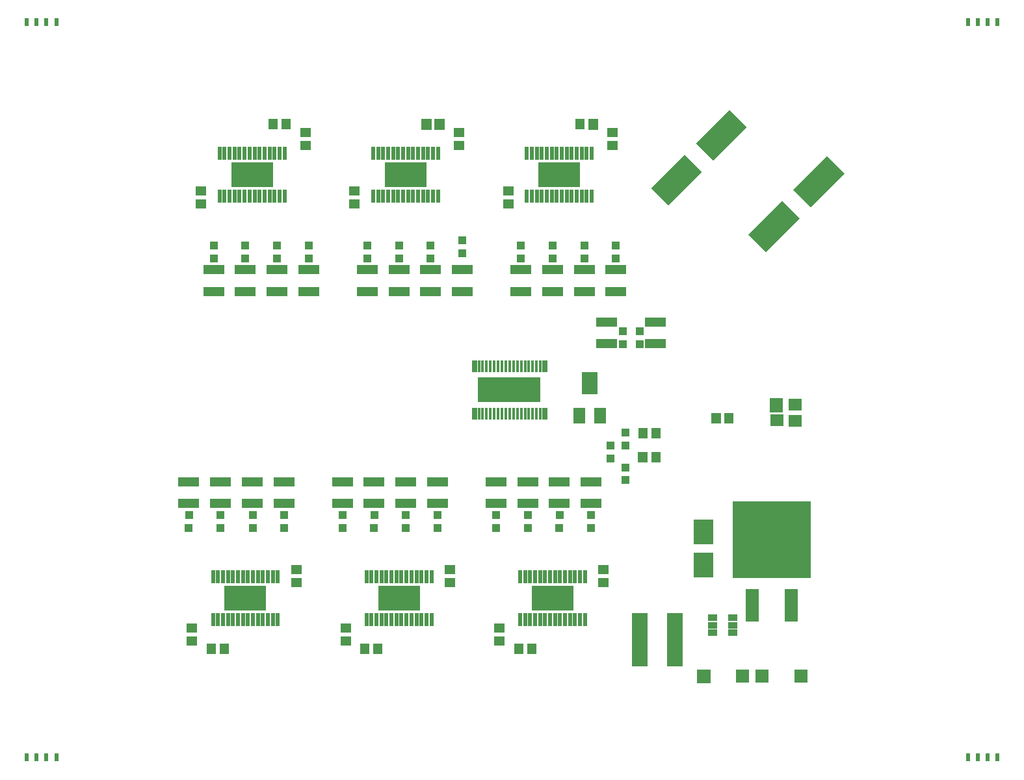
<source format=gbr>
%FSLAX34Y34*%
%MOMM*%
%LNSMDMASK_TOP*%
G71*
G01*
%ADD10R,5.380X3.300*%
%ADD11R,0.500X1.800*%
%ADD12R,1.400X1.300*%
%ADD13R,1.300X1.400*%
%ADD14R,1.700X1.900*%
%ADD15R,1.700X1.500*%
%ADD16R,0.600X1.000*%
%ADD17R,1.300X0.900*%
%ADD18R,1.800X1.820*%
%ADD19R,10.200X10.000*%
%ADD20R,1.800X4.200*%
%ADD21R,2.000X7.000*%
%ADD22R,2.600X3.200*%
%ADD23R,2.740X1.200*%
%ADD24R,1.100X1.100*%
%ADD25R,0.450X1.550*%
%ADD26R,0.650X1.550*%
%ADD27R,8.100X3.300*%
%ADD28R,1.600X2.000*%
%ADD29R,2.100X2.900*%
%LPD*%
X301600Y222400D02*
G54D10*
D03*
X259350Y194400D02*
G54D11*
D03*
X265850Y194400D02*
G54D11*
D03*
X272350Y194400D02*
G54D11*
D03*
X278850Y194400D02*
G54D11*
D03*
X285350Y194400D02*
G54D11*
D03*
X291850Y194400D02*
G54D11*
D03*
X298350Y194400D02*
G54D11*
D03*
X304850Y194400D02*
G54D11*
D03*
X311350Y194400D02*
G54D11*
D03*
X317850Y194400D02*
G54D11*
D03*
X324350Y194400D02*
G54D11*
D03*
X330850Y194400D02*
G54D11*
D03*
X337350Y194400D02*
G54D11*
D03*
X343850Y194400D02*
G54D11*
D03*
X343850Y250400D02*
G54D11*
D03*
X337350Y250400D02*
G54D11*
D03*
X330850Y250400D02*
G54D11*
D03*
X324350Y250400D02*
G54D11*
D03*
X317850Y250400D02*
G54D11*
D03*
X311350Y250400D02*
G54D11*
D03*
X304850Y250400D02*
G54D11*
D03*
X298350Y250400D02*
G54D11*
D03*
X291850Y250400D02*
G54D11*
D03*
X285350Y250400D02*
G54D11*
D03*
X278850Y250400D02*
G54D11*
D03*
X272350Y250400D02*
G54D11*
D03*
X265850Y250400D02*
G54D11*
D03*
X259350Y250400D02*
G54D11*
D03*
X232210Y184147D02*
G54D12*
D03*
X232210Y167147D02*
G54D12*
D03*
X274364Y156597D02*
G54D13*
D03*
X257364Y156597D02*
G54D13*
D03*
X368100Y260347D02*
G54D12*
D03*
X368100Y243347D02*
G54D12*
D03*
X993227Y474163D02*
G54D14*
D03*
X1017358Y475113D02*
G54D15*
D03*
X993994Y454372D02*
G54D15*
D03*
X1017758Y454113D02*
G54D15*
D03*
X819150Y438150D02*
G54D13*
D03*
X836150Y438150D02*
G54D13*
D03*
G36*
X812650Y413400D02*
X825650Y413400D01*
X825650Y399400D01*
X812650Y399400D01*
X812650Y413400D01*
G37*
X836150Y406400D02*
G54D13*
D03*
X1281112Y973773D02*
G54D16*
D03*
X1268095Y973773D02*
G54D16*
D03*
X1255078Y973773D02*
G54D16*
D03*
X1242378Y973773D02*
G54D16*
D03*
X1281112Y14923D02*
G54D16*
D03*
X1268095Y14923D02*
G54D16*
D03*
X1255078Y14923D02*
G54D16*
D03*
X1242378Y14923D02*
G54D16*
D03*
X55562Y14923D02*
G54D16*
D03*
X42545Y14923D02*
G54D16*
D03*
X29528Y14923D02*
G54D16*
D03*
X16828Y14923D02*
G54D16*
D03*
X55562Y973773D02*
G54D16*
D03*
X42545Y973773D02*
G54D16*
D03*
X29528Y973773D02*
G54D16*
D03*
X16828Y973773D02*
G54D16*
D03*
X501625Y222400D02*
G54D10*
D03*
X459375Y194400D02*
G54D11*
D03*
X465875Y194400D02*
G54D11*
D03*
X472375Y194400D02*
G54D11*
D03*
X478875Y194400D02*
G54D11*
D03*
X485375Y194400D02*
G54D11*
D03*
X491875Y194400D02*
G54D11*
D03*
X498375Y194400D02*
G54D11*
D03*
X504875Y194400D02*
G54D11*
D03*
X511375Y194400D02*
G54D11*
D03*
X517875Y194400D02*
G54D11*
D03*
X524375Y194400D02*
G54D11*
D03*
X530875Y194400D02*
G54D11*
D03*
X537375Y194400D02*
G54D11*
D03*
X543875Y194400D02*
G54D11*
D03*
X543875Y250400D02*
G54D11*
D03*
X537375Y250400D02*
G54D11*
D03*
X530875Y250400D02*
G54D11*
D03*
X524375Y250400D02*
G54D11*
D03*
X517875Y250400D02*
G54D11*
D03*
X511375Y250400D02*
G54D11*
D03*
X504875Y250400D02*
G54D11*
D03*
X498375Y250400D02*
G54D11*
D03*
X491875Y250400D02*
G54D11*
D03*
X485375Y250400D02*
G54D11*
D03*
X478875Y250400D02*
G54D11*
D03*
X472375Y250400D02*
G54D11*
D03*
X465875Y250400D02*
G54D11*
D03*
X459375Y250400D02*
G54D11*
D03*
X432234Y184147D02*
G54D12*
D03*
X432235Y167147D02*
G54D12*
D03*
X474390Y156597D02*
G54D13*
D03*
X457390Y156597D02*
G54D13*
D03*
X568124Y260347D02*
G54D12*
D03*
X568124Y243347D02*
G54D12*
D03*
X701650Y222400D02*
G54D10*
D03*
X659400Y194400D02*
G54D11*
D03*
X665900Y194400D02*
G54D11*
D03*
X672400Y194400D02*
G54D11*
D03*
X678900Y194400D02*
G54D11*
D03*
X685400Y194400D02*
G54D11*
D03*
X691900Y194400D02*
G54D11*
D03*
X698400Y194400D02*
G54D11*
D03*
X704900Y194400D02*
G54D11*
D03*
X711400Y194400D02*
G54D11*
D03*
X717900Y194400D02*
G54D11*
D03*
X724400Y194400D02*
G54D11*
D03*
X730900Y194400D02*
G54D11*
D03*
X737400Y194400D02*
G54D11*
D03*
X743900Y194400D02*
G54D11*
D03*
X743900Y250400D02*
G54D11*
D03*
X737400Y250400D02*
G54D11*
D03*
X730900Y250400D02*
G54D11*
D03*
X724400Y250400D02*
G54D11*
D03*
X717900Y250400D02*
G54D11*
D03*
X711400Y250400D02*
G54D11*
D03*
X704900Y250400D02*
G54D11*
D03*
X698400Y250400D02*
G54D11*
D03*
X691900Y250400D02*
G54D11*
D03*
X685400Y250400D02*
G54D11*
D03*
X678900Y250400D02*
G54D11*
D03*
X672400Y250400D02*
G54D11*
D03*
X665900Y250400D02*
G54D11*
D03*
X659400Y250400D02*
G54D11*
D03*
X632260Y184147D02*
G54D12*
D03*
X632260Y167147D02*
G54D12*
D03*
X674414Y156597D02*
G54D13*
D03*
X657414Y156597D02*
G54D13*
D03*
X768150Y260347D02*
G54D12*
D03*
X768150Y243347D02*
G54D12*
D03*
X936600Y197000D02*
G54D17*
D03*
X936600Y178000D02*
G54D17*
D03*
X909600Y197000D02*
G54D17*
D03*
X909600Y178000D02*
G54D17*
D03*
X909600Y187500D02*
G54D17*
D03*
X936600Y187500D02*
G54D17*
D03*
X1025520Y120751D02*
G54D18*
D03*
X974720Y120751D02*
G54D18*
D03*
G36*
X889499Y129900D02*
X907499Y129900D01*
X907500Y111700D01*
X889500Y111700D01*
X889499Y129900D01*
G37*
X949300Y120800D02*
G54D18*
D03*
X987400Y298600D02*
G54D19*
D03*
X1012800Y213510D02*
G54D20*
D03*
X962000Y213510D02*
G54D20*
D03*
X815550Y168700D02*
G54D21*
D03*
X860850Y168700D02*
G54D21*
D03*
X898500Y308760D02*
G54D22*
D03*
X898500Y265760D02*
G54D22*
D03*
X710350Y774797D02*
G54D10*
D03*
X752600Y802797D02*
G54D11*
D03*
X746100Y802797D02*
G54D11*
D03*
X739600Y802797D02*
G54D11*
D03*
X733100Y802797D02*
G54D11*
D03*
X726600Y802797D02*
G54D11*
D03*
X720099Y802797D02*
G54D11*
D03*
X713600Y802797D02*
G54D11*
D03*
X707100Y802797D02*
G54D11*
D03*
X700600Y802797D02*
G54D11*
D03*
X694100Y802797D02*
G54D11*
D03*
X687600Y802797D02*
G54D11*
D03*
X681100Y802797D02*
G54D11*
D03*
X674600Y802797D02*
G54D11*
D03*
X668100Y802797D02*
G54D11*
D03*
X668100Y746797D02*
G54D11*
D03*
X674600Y746797D02*
G54D11*
D03*
X681100Y746797D02*
G54D11*
D03*
X687600Y746797D02*
G54D11*
D03*
X694100Y746797D02*
G54D11*
D03*
X700600Y746797D02*
G54D11*
D03*
X707100Y746797D02*
G54D11*
D03*
X713600Y746797D02*
G54D11*
D03*
X720100Y746797D02*
G54D11*
D03*
X726600Y746797D02*
G54D11*
D03*
X733100Y746797D02*
G54D11*
D03*
X739600Y746797D02*
G54D11*
D03*
X746100Y746797D02*
G54D11*
D03*
X752600Y746797D02*
G54D11*
D03*
X779740Y813050D02*
G54D12*
D03*
X779740Y830050D02*
G54D12*
D03*
X737585Y840600D02*
G54D13*
D03*
G36*
X748085Y847600D02*
X761085Y847600D01*
X761085Y833600D01*
X748085Y833600D01*
X748085Y847600D01*
G37*
X643850Y736850D02*
G54D12*
D03*
X643850Y753850D02*
G54D12*
D03*
X510324Y774797D02*
G54D10*
D03*
X552575Y802797D02*
G54D11*
D03*
X546074Y802797D02*
G54D11*
D03*
X539574Y802797D02*
G54D11*
D03*
X533075Y802797D02*
G54D11*
D03*
X526574Y802797D02*
G54D11*
D03*
X520074Y802797D02*
G54D11*
D03*
X513574Y802797D02*
G54D11*
D03*
X507074Y802797D02*
G54D11*
D03*
X500574Y802797D02*
G54D11*
D03*
X494074Y802797D02*
G54D11*
D03*
X487574Y802797D02*
G54D11*
D03*
X481074Y802797D02*
G54D11*
D03*
X474574Y802797D02*
G54D11*
D03*
X468074Y802797D02*
G54D11*
D03*
X468074Y746797D02*
G54D11*
D03*
X474574Y746797D02*
G54D11*
D03*
X481074Y746797D02*
G54D11*
D03*
X487574Y746797D02*
G54D11*
D03*
X494074Y746797D02*
G54D11*
D03*
X500575Y746797D02*
G54D11*
D03*
X507074Y746797D02*
G54D11*
D03*
X513574Y746797D02*
G54D11*
D03*
X520074Y746797D02*
G54D11*
D03*
X526574Y746797D02*
G54D11*
D03*
X533074Y746797D02*
G54D11*
D03*
X539575Y746797D02*
G54D11*
D03*
X546074Y746797D02*
G54D11*
D03*
X552574Y746797D02*
G54D11*
D03*
X579715Y813050D02*
G54D12*
D03*
X579715Y830050D02*
G54D12*
D03*
G36*
X531060Y847600D02*
X544060Y847600D01*
X544060Y833600D01*
X531060Y833600D01*
X531060Y847600D01*
G37*
G36*
X548060Y847600D02*
X561060Y847600D01*
X561060Y833600D01*
X548060Y833600D01*
X548060Y847600D01*
G37*
X443825Y736850D02*
G54D12*
D03*
X443825Y753850D02*
G54D12*
D03*
X310300Y774797D02*
G54D10*
D03*
X352550Y802797D02*
G54D11*
D03*
X346050Y802797D02*
G54D11*
D03*
X339550Y802797D02*
G54D11*
D03*
X333050Y802797D02*
G54D11*
D03*
X326550Y802797D02*
G54D11*
D03*
X320049Y802797D02*
G54D11*
D03*
X313550Y802797D02*
G54D11*
D03*
X307050Y802797D02*
G54D11*
D03*
X300550Y802797D02*
G54D11*
D03*
X294050Y802797D02*
G54D11*
D03*
X287550Y802797D02*
G54D11*
D03*
X281050Y802797D02*
G54D11*
D03*
X274550Y802797D02*
G54D11*
D03*
X268050Y802797D02*
G54D11*
D03*
X268050Y746797D02*
G54D11*
D03*
X274550Y746797D02*
G54D11*
D03*
X281050Y746797D02*
G54D11*
D03*
X287550Y746797D02*
G54D11*
D03*
X294050Y746797D02*
G54D11*
D03*
X300550Y746797D02*
G54D11*
D03*
X307050Y746797D02*
G54D11*
D03*
X313550Y746797D02*
G54D11*
D03*
X320050Y746797D02*
G54D11*
D03*
X326550Y746797D02*
G54D11*
D03*
X333049Y746797D02*
G54D11*
D03*
X339550Y746797D02*
G54D11*
D03*
X346050Y746797D02*
G54D11*
D03*
X352550Y746797D02*
G54D11*
D03*
X379690Y813050D02*
G54D12*
D03*
X379690Y830050D02*
G54D12*
D03*
X337535Y840600D02*
G54D13*
D03*
X354535Y840600D02*
G54D13*
D03*
X243800Y736850D02*
G54D12*
D03*
X243800Y753850D02*
G54D12*
D03*
X835660Y554356D02*
G54D23*
D03*
X835660Y582930D02*
G54D23*
D03*
X660400Y622300D02*
G54D23*
D03*
X660400Y650875D02*
G54D23*
D03*
X701675Y622300D02*
G54D23*
D03*
X701675Y650875D02*
G54D23*
D03*
X701675Y682625D02*
G54D24*
D03*
X701575Y665925D02*
G54D24*
D03*
X742950Y622300D02*
G54D23*
D03*
X742950Y650875D02*
G54D23*
D03*
X742950Y682625D02*
G54D24*
D03*
X742850Y665925D02*
G54D24*
D03*
X784225Y622300D02*
G54D23*
D03*
X784225Y650875D02*
G54D23*
D03*
X605765Y524629D02*
G54D25*
D03*
X599781Y524629D02*
G54D26*
D03*
X610686Y524629D02*
G54D25*
D03*
X615766Y524629D02*
G54D25*
D03*
X620706Y524623D02*
G54D25*
D03*
X625783Y524623D02*
G54D25*
D03*
X630704Y524623D02*
G54D25*
D03*
X635784Y524623D02*
G54D25*
D03*
X640724Y524617D02*
G54D25*
D03*
X645794Y524623D02*
G54D25*
D03*
X650716Y524623D02*
G54D25*
D03*
X655796Y524623D02*
G54D25*
D03*
X660736Y524617D02*
G54D25*
D03*
X665806Y524682D02*
G54D25*
D03*
X670728Y524682D02*
G54D25*
D03*
X675808Y524682D02*
G54D25*
D03*
X680748Y524676D02*
G54D25*
D03*
X685700Y524623D02*
G54D25*
D03*
X691721Y524623D02*
G54D26*
D03*
X605748Y463570D02*
G54D25*
D03*
X599764Y463569D02*
G54D26*
D03*
X610669Y463570D02*
G54D25*
D03*
X615749Y463570D02*
G54D25*
D03*
X620689Y463564D02*
G54D25*
D03*
X625765Y463564D02*
G54D25*
D03*
X630687Y463564D02*
G54D25*
D03*
X635767Y463564D02*
G54D25*
D03*
X640706Y463558D02*
G54D25*
D03*
X645777Y463564D02*
G54D25*
D03*
X650698Y463564D02*
G54D25*
D03*
X655778Y463564D02*
G54D25*
D03*
X660718Y463558D02*
G54D25*
D03*
X665789Y463623D02*
G54D25*
D03*
X670710Y463623D02*
G54D25*
D03*
X675790Y463623D02*
G54D25*
D03*
X680730Y463617D02*
G54D25*
D03*
X685683Y463564D02*
G54D25*
D03*
X691704Y463564D02*
G54D26*
D03*
X644820Y494197D02*
G54D27*
D03*
X460375Y622300D02*
G54D23*
D03*
X460375Y650875D02*
G54D23*
D03*
X501650Y622300D02*
G54D23*
D03*
X501650Y650875D02*
G54D23*
D03*
X501650Y682625D02*
G54D24*
D03*
X501550Y665925D02*
G54D24*
D03*
X542925Y622300D02*
G54D23*
D03*
X542925Y650875D02*
G54D23*
D03*
X542925Y682625D02*
G54D24*
D03*
X542825Y665925D02*
G54D24*
D03*
X584200Y622300D02*
G54D23*
D03*
X584200Y650875D02*
G54D23*
D03*
X260350Y622300D02*
G54D23*
D03*
X260350Y650875D02*
G54D23*
D03*
X301625Y622300D02*
G54D23*
D03*
X301625Y650875D02*
G54D23*
D03*
X301625Y682625D02*
G54D24*
D03*
X301525Y665925D02*
G54D24*
D03*
X342900Y622300D02*
G54D23*
D03*
X342900Y650875D02*
G54D23*
D03*
X342900Y682625D02*
G54D24*
D03*
X342800Y665925D02*
G54D24*
D03*
X384175Y622300D02*
G54D23*
D03*
X384175Y650875D02*
G54D23*
D03*
X384175Y682625D02*
G54D24*
D03*
X384075Y665925D02*
G54D24*
D03*
X351818Y374702D02*
G54D23*
D03*
X351818Y346127D02*
G54D23*
D03*
X310543Y374702D02*
G54D23*
D03*
X310543Y346127D02*
G54D23*
D03*
X269268Y374702D02*
G54D23*
D03*
X269268Y346127D02*
G54D23*
D03*
X269268Y314377D02*
G54D24*
D03*
X269368Y331077D02*
G54D24*
D03*
X227993Y374702D02*
G54D23*
D03*
X227993Y346127D02*
G54D23*
D03*
X551843Y374702D02*
G54D23*
D03*
X551843Y346127D02*
G54D23*
D03*
X510568Y374702D02*
G54D23*
D03*
X510568Y346127D02*
G54D23*
D03*
X469293Y374702D02*
G54D23*
D03*
X469293Y346127D02*
G54D23*
D03*
X469293Y314377D02*
G54D24*
D03*
X469393Y331077D02*
G54D24*
D03*
X428018Y374702D02*
G54D23*
D03*
X428018Y346127D02*
G54D23*
D03*
X751868Y374702D02*
G54D23*
D03*
X751868Y346127D02*
G54D23*
D03*
X710593Y374702D02*
G54D23*
D03*
X710593Y346127D02*
G54D23*
D03*
X669318Y374702D02*
G54D23*
D03*
X669318Y346127D02*
G54D23*
D03*
X628043Y374702D02*
G54D23*
D03*
X628043Y346127D02*
G54D23*
D03*
X796318Y421692D02*
G54D24*
D03*
X796418Y438392D02*
G54D24*
D03*
X777268Y405182D02*
G54D24*
D03*
X777368Y421882D02*
G54D24*
D03*
X815468Y570472D02*
G54D24*
D03*
X815368Y553772D02*
G54D24*
D03*
X796418Y393307D02*
G54D24*
D03*
X796318Y376607D02*
G54D24*
D03*
G36*
X852392Y734740D02*
X829765Y757368D01*
X873606Y801208D01*
X896233Y778580D01*
X852392Y734740D01*
G37*
G36*
X910764Y793112D02*
X888137Y815740D01*
X931978Y859580D01*
X954605Y836952D01*
X910764Y793112D01*
G37*
X736600Y460375D02*
G54D28*
D03*
X763600Y460375D02*
G54D28*
D03*
X750100Y503025D02*
G54D29*
D03*
G36*
X907900Y464200D02*
X920900Y464200D01*
X920900Y450200D01*
X907900Y450200D01*
X907900Y464200D01*
G37*
X931400Y457200D02*
G54D13*
D03*
X428018Y314377D02*
G54D24*
D03*
X428118Y331077D02*
G54D24*
D03*
X510568Y314377D02*
G54D24*
D03*
X510668Y331077D02*
G54D24*
D03*
X628043Y314377D02*
G54D24*
D03*
X628143Y331077D02*
G54D24*
D03*
X669318Y314377D02*
G54D24*
D03*
X669418Y331077D02*
G54D24*
D03*
X710593Y314377D02*
G54D24*
D03*
X710693Y331077D02*
G54D24*
D03*
X751868Y314377D02*
G54D24*
D03*
X751968Y331077D02*
G54D24*
D03*
X551843Y314377D02*
G54D24*
D03*
X551943Y331077D02*
G54D24*
D03*
X227993Y314377D02*
G54D24*
D03*
X228093Y331077D02*
G54D24*
D03*
X311150Y314325D02*
G54D24*
D03*
X311250Y331025D02*
G54D24*
D03*
X351818Y314377D02*
G54D24*
D03*
X351918Y331077D02*
G54D24*
D03*
X260350Y682625D02*
G54D24*
D03*
X260250Y665925D02*
G54D24*
D03*
X460375Y682625D02*
G54D24*
D03*
X460275Y665925D02*
G54D24*
D03*
X584200Y688975D02*
G54D24*
D03*
X584100Y672275D02*
G54D24*
D03*
X660400Y682625D02*
G54D24*
D03*
X660300Y665925D02*
G54D24*
D03*
X784225Y682625D02*
G54D24*
D03*
X784125Y665925D02*
G54D24*
D03*
X772160Y554356D02*
G54D23*
D03*
X772160Y582931D02*
G54D23*
D03*
X793243Y570472D02*
G54D24*
D03*
X793143Y553772D02*
G54D24*
D03*
G36*
X979392Y674415D02*
X956765Y697043D01*
X1000606Y740883D01*
X1023233Y718255D01*
X979392Y674415D01*
G37*
G36*
X1037764Y732787D02*
X1015137Y755415D01*
X1058978Y799255D01*
X1081605Y776627D01*
X1037764Y732787D01*
G37*
M02*

</source>
